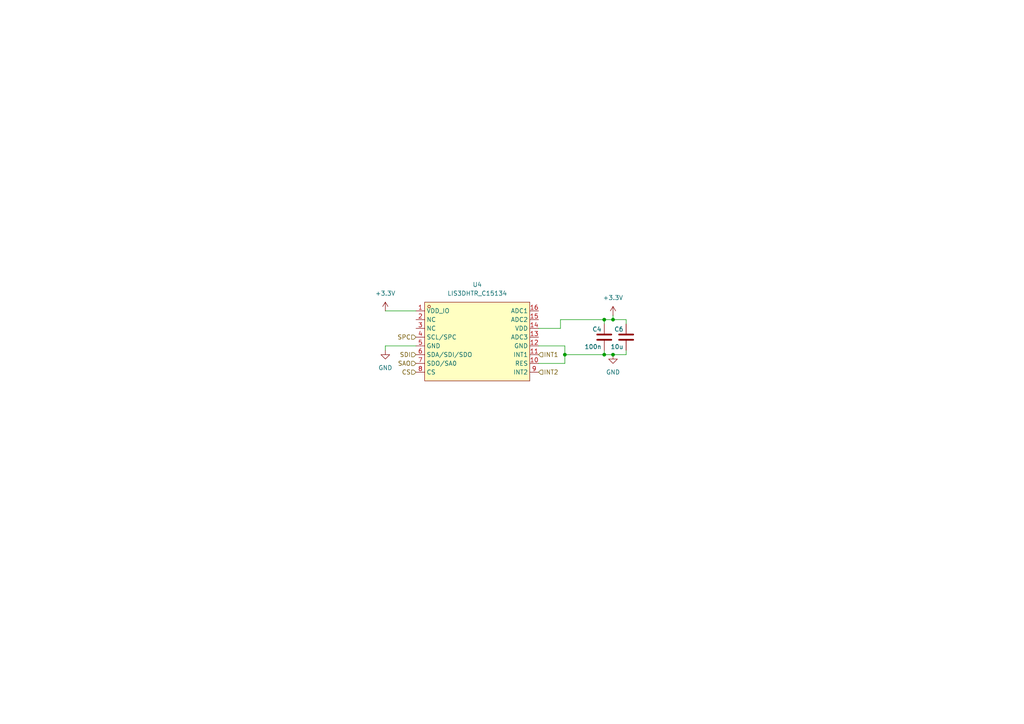
<source format=kicad_sch>
(kicad_sch (version 20250114) (generator "eeschema") (generator_version "9.0")
  (paper "A4")
  (lib_symbols
    (symbol "Device:C" (pin_numbers (hide yes)) (pin_names (offset 0.254))
      (property "Reference" "C" (at 0.635 2.54 0))
      (property "Value" "C" (at 0.635 -2.54 0))
      (symbol "C_0_1"
        (polyline (pts (xy -2.032 0.762) (xy 2.032 0.762)) (stroke (width 0.508)))
        (polyline (pts (xy -2.032 -0.762) (xy 2.032 -0.762)) (stroke (width 0.508)))
      )
      (symbol "C_1_1"
        (pin passive line (at 0 3.81 270) (length 2.794) (name "~") (number "1"))
        (pin passive line (at 0 -3.81 90) (length 2.794) (name "~") (number "2"))
      )
    )
    (symbol "EasyEDA:LIS3DHTR_C15134"
      (property "Reference" "U" (at 0 9.652 0))
      (property "Value" "LIS3DHTR_C15134" (at 0 -10.16 0))
      (symbol "LIS3DHTR_C15134_0_1"
        (rectangle (start -15.24 11.43) (end 15.24 -11.43) (fill (type background)))
        (circle (center -13.97 10.16) (radius 0.38))
        (pin unspecified line (at -17.78 8.89 0) (length 2.54) (name "VDD_IO") (number "1"))
        (pin unspecified line (at -17.78 6.35 0) (length 2.54) (name "NC") (number "2"))
        (pin unspecified line (at -17.78 3.81 0) (length 2.54) (name "NC") (number "3"))
        (pin unspecified line (at -17.78 1.27 0) (length 2.54) (name "SCL/SPC") (number "4"))
        (pin unspecified line (at -17.78 -1.27 0) (length 2.54) (name "GND") (number "5"))
        (pin unspecified line (at -17.78 -3.81 0) (length 2.54) (name "SDA/SDI/SDO") (number "6"))
        (pin unspecified line (at -17.78 -6.35 0) (length 2.54) (name "SDO/SA0") (number "7"))
        (pin unspecified line (at -17.78 -8.89 0) (length 2.54) (name "CS") (number "8"))
        (pin unspecified line (at 17.78 8.89 180) (length 2.54) (name "ADC1") (number "16"))
        (pin unspecified line (at 17.78 6.35 180) (length 2.54) (name "ADC2") (number "15"))
        (pin unspecified line (at 17.78 3.81 180) (length 2.54) (name "VDD") (number "14"))
        (pin unspecified line (at 17.78 1.27 180) (length 2.54) (name "ADC3") (number "13"))
        (pin unspecified line (at 17.78 -1.27 180) (length 2.54) (name "GND") (number "12"))
        (pin unspecified line (at 17.78 -3.81 180) (length 2.54) (name "INT1") (number "11"))
        (pin unspecified line (at 17.78 -6.35 180) (length 2.54) (name "RES") (number "10"))
        (pin unspecified line (at 17.78 -8.89 180) (length 2.54) (name "INT2") (number "9"))
      )
    )
    (symbol "power:+3.3V" (power) (pin_numbers (hide yes)) (pin_names (offset 0) (hide yes))
      (property "Value" "+3.3V" (at 0 3.556 0))
      (symbol "+3.3V_0_1"
        (polyline (pts (xy -0.762 1.27) (xy 0 2.54)))
        (polyline (pts (xy 0 2.54) (xy 0.762 1.27)))
        (polyline (pts (xy 0 0) (xy 0 2.54)))
      )
      (symbol "+3.3V_1_1"
        (pin power_in line (at 0 0 90) (length 0) (name "~") (number "1"))
      )
    )
    (symbol "power:GND" (power) (pin_numbers (hide yes)) (pin_names (offset 0) (hide yes))
      (property "Value" "GND" (at 0 -3.81 0))
      (symbol "GND_0_1"
        (polyline (pts (xy 0 0) (xy 0 -1.27) (xy 1.27 -1.27) (xy 0 -2.54) (xy -1.27 -1.27) (xy 0 -1.27)))
      )
      (symbol "GND_1_1"
        (pin power_in line (at 0 0 270) (length 0) (name "~") (number "1"))
      )
    )
  )
  (junction (at 163.83 102.87))
  (junction (at 175.26 92.71))
  (junction (at 175.26 102.87))
  (junction (at 177.8 102.87))
  (junction (at 177.8 92.71))
  (wire (pts (xy 177.8 91.44) (xy 177.8 92.71)))
  (wire (pts (xy 177.8 102.87) (xy 181.61 102.87)))
  (wire (pts (xy 162.56 92.71) (xy 175.26 92.71)))
  (wire (pts (xy 175.26 102.87) (xy 175.26 101.6)))
  (wire (pts (xy 156.21 95.25) (xy 162.56 95.25)))
  (wire (pts (xy 177.8 92.71) (xy 181.61 92.71)))
  (wire (pts (xy 175.26 92.71) (xy 175.26 93.98)))
  (wire (pts (xy 163.83 100.33) (xy 163.83 102.87)))
  (wire (pts (xy 156.21 105.41) (xy 163.83 105.41)))
  (wire (pts (xy 111.76 101.6) (xy 111.76 100.33)))
  (wire (pts (xy 163.83 102.87) (xy 163.83 105.41)))
  (wire (pts (xy 156.21 100.33) (xy 163.83 100.33)))
  (wire (pts (xy 175.26 102.87) (xy 177.8 102.87)))
  (wire (pts (xy 111.76 90.17) (xy 120.65 90.17)))
  (wire (pts (xy 175.26 92.71) (xy 177.8 92.71)))
  (wire (pts (xy 181.61 102.87) (xy 181.61 101.6)))
  (wire (pts (xy 162.56 95.25) (xy 162.56 92.71)))
  (wire (pts (xy 181.61 92.71) (xy 181.61 93.98)))
  (wire (pts (xy 111.76 100.33) (xy 120.65 100.33)))
  (wire (pts (xy 163.83 102.87) (xy 175.26 102.87)))
  (hierarchical_label "SPC" (shape input) (at 120.65 97.79 180))
  (hierarchical_label "CS" (shape input) (at 120.65 107.95 180))
  (hierarchical_label "SAO" (shape input) (at 120.65 105.41 180))
  (hierarchical_label "SDI" (shape input) (at 120.65 102.87 180))
  (hierarchical_label "INT2" (shape input) (at 156.21 107.95 0))
  (hierarchical_label "INT1" (shape input) (at 156.21 102.87 0))
  (symbol (lib_id "Device:C") (at 181.61 97.79 180) (unit 1)
    (property "Reference" "C6" (at 180.848 95.504 0) (effects (justify left)))
    (property "Value" "10u" (at 180.848 100.584 0) (effects (justify left)))
    (property "Footprint" "Capacitor_SMD:CP_Elec_4x5.8" (effects (hide yes)))
    (property "Description" "Unpolarized capacitor" (effects (hide yes)))
  )
  (symbol (lib_id "power:+3.3V") (at 111.76 90.17 0) (unit 1)
    (property "Reference" "#PWR030" (effects (hide yes)))
    (property "Value" "+3.3V" (at 111.76 85.09 0))
    (property "Description" "Power symbol creates a global label with name \"+3.3V\"" (effects (hide yes)))
  )
  (symbol (lib_id "power:+3.3V") (at 177.8 91.44 0) (unit 1)
    (property "Reference" "#PWR029" (effects (hide yes)))
    (property "Value" "+3.3V" (at 177.8 86.36 0))
    (property "Description" "Power symbol creates a global label with name \"+3.3V\"" (effects (hide yes)))
  )
  (symbol (lib_id "Device:C") (at 175.26 97.79 180) (unit 1)
    (property "Reference" "C4" (at 174.498 95.504 0) (effects (justify left)))
    (property "Value" "100n" (at 174.498 100.584 0) (effects (justify left)))
    (property "Footprint" "Capacitor_SMD:C_0603_1608Metric" (effects (hide yes)))
    (property "Description" "Unpolarized capacitor" (effects (hide yes)))
  )
  (symbol (lib_id "power:GND") (at 177.8 102.87 0) (unit 1)
    (property "Reference" "#PWR025" (effects (hide yes)))
    (property "Value" "GND" (at 177.8 107.95 0))
    (property "Description" "Power symbol creates a global label with name \"GND\" , ground" (effects (hide yes)))
  )
  (symbol (lib_id "power:GND") (at 111.76 101.6 0) (unit 1)
    (property "Reference" "#PWR026" (effects (hide yes)))
    (property "Value" "GND" (at 111.76 106.68 0))
    (property "Description" "Power symbol creates a global label with name \"GND\" , ground" (effects (hide yes)))
  )
  (symbol (lib_id "EasyEDA:LIS3DHTR_C15134") (at 138.43 99.06 0) (unit 1)
    (property "Reference" "U4" (at 138.43 82.55 0))
    (property "Value" "LIS3DHTR_C15134" (at 138.43 85.09 0))
    (property "Footprint" "EasyEDA:LGA-16_L3.0-W3.0-P0.50-TL" (effects (hide yes)))
    (property "Datasheet" "https://lcsc.com/product-detail/Motion-Sensors-Accelerometers_STMicroelectronics_LIS3DHTR_LIS3DHTR_C15134.html" (effects (hide yes)))
    (property "LCSC Part" "C15134" (effects (hide yes)))
  )
)
</source>
